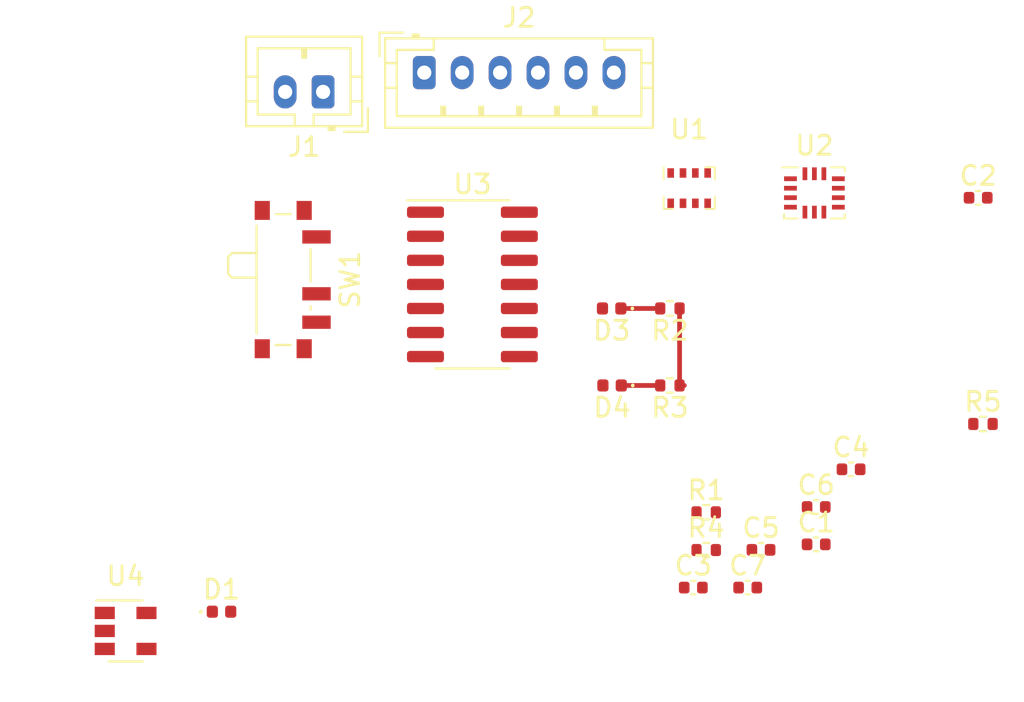
<source format=kicad_pcb>
(kicad_pcb (version 20171130) (host pcbnew "(5.1.7)-1")

  (general
    (thickness 1.6)
    (drawings 0)
    (tracks 4)
    (zones 0)
    (modules 22)
    (nets 26)
  )

  (page A4)
  (layers
    (0 F.Cu signal)
    (31 B.Cu signal)
    (32 B.Adhes user)
    (33 F.Adhes user)
    (34 B.Paste user)
    (35 F.Paste user)
    (36 B.SilkS user)
    (37 F.SilkS user)
    (38 B.Mask user)
    (39 F.Mask user)
    (40 Dwgs.User user)
    (41 Cmts.User user)
    (42 Eco1.User user)
    (43 Eco2.User user)
    (44 Edge.Cuts user)
    (45 Margin user)
    (46 B.CrtYd user)
    (47 F.CrtYd user)
    (48 B.Fab user)
    (49 F.Fab user)
  )

  (setup
    (last_trace_width 0.25)
    (trace_clearance 0.2)
    (zone_clearance 0.508)
    (zone_45_only no)
    (trace_min 0.2)
    (via_size 0.8)
    (via_drill 0.4)
    (via_min_size 0.4)
    (via_min_drill 0.3)
    (uvia_size 0.3)
    (uvia_drill 0.1)
    (uvias_allowed no)
    (uvia_min_size 0.2)
    (uvia_min_drill 0.1)
    (edge_width 0.05)
    (segment_width 0.2)
    (pcb_text_width 0.3)
    (pcb_text_size 1.5 1.5)
    (mod_edge_width 0.12)
    (mod_text_size 1 1)
    (mod_text_width 0.15)
    (pad_size 1.524 1.524)
    (pad_drill 0.762)
    (pad_to_mask_clearance 0)
    (aux_axis_origin 0 0)
    (visible_elements 7FFFFFFF)
    (pcbplotparams
      (layerselection 0x010fc_ffffffff)
      (usegerberextensions false)
      (usegerberattributes true)
      (usegerberadvancedattributes true)
      (creategerberjobfile true)
      (excludeedgelayer true)
      (linewidth 0.100000)
      (plotframeref false)
      (viasonmask false)
      (mode 1)
      (useauxorigin false)
      (hpglpennumber 1)
      (hpglpenspeed 20)
      (hpglpendiameter 15.000000)
      (psnegative false)
      (psa4output false)
      (plotreference true)
      (plotvalue true)
      (plotinvisibletext false)
      (padsonsilk false)
      (subtractmaskfromsilk false)
      (outputformat 1)
      (mirror false)
      (drillshape 1)
      (scaleselection 1)
      (outputdirectory ""))
  )

  (net 0 "")
  (net 1 GND)
  (net 2 +3V3)
  (net 3 SDA)
  (net 4 SCL)
  (net 5 "Net-(U2-Pad11)")
  (net 6 "Net-(U2-Pad10)")
  (net 7 "Net-(U2-Pad9)")
  (net 8 "Net-(U2-Pad4)")
  (net 9 "Net-(U2-Pad3)")
  (net 10 "Net-(U2-Pad2)")
  (net 11 "Net-(U3-Pad13)")
  (net 12 "Net-(U3-Pad5)")
  (net 13 "Net-(U3-Pad4)")
  (net 14 "Net-(U3-Pad3)")
  (net 15 "Net-(U3-Pad2)")
  (net 16 "Net-(C4-Pad1)")
  (net 17 UPDI)
  (net 18 LED0)
  (net 19 "Net-(D3-Pad1)")
  (net 20 LED1)
  (net 21 "Net-(D4-Pad1)")
  (net 22 "Net-(J2-Pad5)")
  (net 23 MODE)
  (net 24 "Net-(U3-Pad7)")
  (net 25 "Net-(U4-Pad4)")

  (net_class Default "This is the default net class."
    (clearance 0.2)
    (trace_width 0.25)
    (via_dia 0.8)
    (via_drill 0.4)
    (uvia_dia 0.3)
    (uvia_drill 0.1)
    (add_net +3V3)
    (add_net GND)
    (add_net LED0)
    (add_net LED1)
    (add_net MODE)
    (add_net "Net-(C4-Pad1)")
    (add_net "Net-(D3-Pad1)")
    (add_net "Net-(D4-Pad1)")
    (add_net "Net-(J2-Pad5)")
    (add_net "Net-(U2-Pad10)")
    (add_net "Net-(U2-Pad11)")
    (add_net "Net-(U2-Pad2)")
    (add_net "Net-(U2-Pad3)")
    (add_net "Net-(U2-Pad4)")
    (add_net "Net-(U2-Pad9)")
    (add_net "Net-(U3-Pad13)")
    (add_net "Net-(U3-Pad2)")
    (add_net "Net-(U3-Pad3)")
    (add_net "Net-(U3-Pad4)")
    (add_net "Net-(U3-Pad5)")
    (add_net "Net-(U3-Pad7)")
    (add_net "Net-(U4-Pad4)")
    (add_net SCL)
    (add_net SDA)
    (add_net UPDI)
  )

  (module Package_TO_SOT_SMD:SOT-23-5 (layer F.Cu) (tedit 5A02FF57) (tstamp 6079156A)
    (at 77.724 92.964)
    (descr "5-pin SOT23 package")
    (tags SOT-23-5)
    (path /607A7A26)
    (attr smd)
    (fp_text reference U4 (at 0 -2.9) (layer F.SilkS)
      (effects (font (size 1 1) (thickness 0.15)))
    )
    (fp_text value MIC5504-3.3YM5 (at 0 2.9) (layer F.Fab)
      (effects (font (size 1 1) (thickness 0.15)))
    )
    (fp_text user %R (at 0 0 90) (layer F.Fab)
      (effects (font (size 0.5 0.5) (thickness 0.075)))
    )
    (fp_line (start -0.9 1.61) (end 0.9 1.61) (layer F.SilkS) (width 0.12))
    (fp_line (start 0.9 -1.61) (end -1.55 -1.61) (layer F.SilkS) (width 0.12))
    (fp_line (start -1.9 -1.8) (end 1.9 -1.8) (layer F.CrtYd) (width 0.05))
    (fp_line (start 1.9 -1.8) (end 1.9 1.8) (layer F.CrtYd) (width 0.05))
    (fp_line (start 1.9 1.8) (end -1.9 1.8) (layer F.CrtYd) (width 0.05))
    (fp_line (start -1.9 1.8) (end -1.9 -1.8) (layer F.CrtYd) (width 0.05))
    (fp_line (start -0.9 -0.9) (end -0.25 -1.55) (layer F.Fab) (width 0.1))
    (fp_line (start 0.9 -1.55) (end -0.25 -1.55) (layer F.Fab) (width 0.1))
    (fp_line (start -0.9 -0.9) (end -0.9 1.55) (layer F.Fab) (width 0.1))
    (fp_line (start 0.9 1.55) (end -0.9 1.55) (layer F.Fab) (width 0.1))
    (fp_line (start 0.9 -1.55) (end 0.9 1.55) (layer F.Fab) (width 0.1))
    (pad 5 smd rect (at 1.1 -0.95) (size 1.06 0.65) (layers F.Cu F.Paste F.Mask)
      (net 2 +3V3))
    (pad 4 smd rect (at 1.1 0.95) (size 1.06 0.65) (layers F.Cu F.Paste F.Mask)
      (net 25 "Net-(U4-Pad4)"))
    (pad 3 smd rect (at -1.1 0.95) (size 1.06 0.65) (layers F.Cu F.Paste F.Mask)
      (net 16 "Net-(C4-Pad1)"))
    (pad 2 smd rect (at -1.1 0) (size 1.06 0.65) (layers F.Cu F.Paste F.Mask)
      (net 1 GND))
    (pad 1 smd rect (at -1.1 -0.95) (size 1.06 0.65) (layers F.Cu F.Paste F.Mask)
      (net 16 "Net-(C4-Pad1)"))
    (model ${KISYS3DMOD}/Package_TO_SOT_SMD.3dshapes/SOT-23-5.wrl
      (at (xyz 0 0 0))
      (scale (xyz 1 1 1))
      (rotate (xyz 0 0 0))
    )
  )

  (module Package_SO:SOIC-14_3.9x8.7mm_P1.27mm (layer F.Cu) (tedit 5D9F72B1) (tstamp 60791555)
    (at 96.012 74.676)
    (descr "SOIC, 14 Pin (JEDEC MS-012AB, https://www.analog.com/media/en/package-pcb-resources/package/pkg_pdf/soic_narrow-r/r_14.pdf), generated with kicad-footprint-generator ipc_gullwing_generator.py")
    (tags "SOIC SO")
    (path /6079184C)
    (attr smd)
    (fp_text reference U3 (at 0 -5.28) (layer F.SilkS)
      (effects (font (size 1 1) (thickness 0.15)))
    )
    (fp_text value ATtiny1614-SS (at 0 5.28) (layer F.Fab)
      (effects (font (size 1 1) (thickness 0.15)))
    )
    (fp_text user %R (at 0 0) (layer F.Fab)
      (effects (font (size 0.98 0.98) (thickness 0.15)))
    )
    (fp_line (start 0 4.435) (end 1.95 4.435) (layer F.SilkS) (width 0.12))
    (fp_line (start 0 4.435) (end -1.95 4.435) (layer F.SilkS) (width 0.12))
    (fp_line (start 0 -4.435) (end 1.95 -4.435) (layer F.SilkS) (width 0.12))
    (fp_line (start 0 -4.435) (end -3.45 -4.435) (layer F.SilkS) (width 0.12))
    (fp_line (start -0.975 -4.325) (end 1.95 -4.325) (layer F.Fab) (width 0.1))
    (fp_line (start 1.95 -4.325) (end 1.95 4.325) (layer F.Fab) (width 0.1))
    (fp_line (start 1.95 4.325) (end -1.95 4.325) (layer F.Fab) (width 0.1))
    (fp_line (start -1.95 4.325) (end -1.95 -3.35) (layer F.Fab) (width 0.1))
    (fp_line (start -1.95 -3.35) (end -0.975 -4.325) (layer F.Fab) (width 0.1))
    (fp_line (start -3.7 -4.58) (end -3.7 4.58) (layer F.CrtYd) (width 0.05))
    (fp_line (start -3.7 4.58) (end 3.7 4.58) (layer F.CrtYd) (width 0.05))
    (fp_line (start 3.7 4.58) (end 3.7 -4.58) (layer F.CrtYd) (width 0.05))
    (fp_line (start 3.7 -4.58) (end -3.7 -4.58) (layer F.CrtYd) (width 0.05))
    (pad 14 smd roundrect (at 2.475 -3.81) (size 1.95 0.6) (layers F.Cu F.Paste F.Mask) (roundrect_rratio 0.25)
      (net 1 GND))
    (pad 13 smd roundrect (at 2.475 -2.54) (size 1.95 0.6) (layers F.Cu F.Paste F.Mask) (roundrect_rratio 0.25)
      (net 11 "Net-(U3-Pad13)"))
    (pad 12 smd roundrect (at 2.475 -1.27) (size 1.95 0.6) (layers F.Cu F.Paste F.Mask) (roundrect_rratio 0.25)
      (net 4 SCL))
    (pad 11 smd roundrect (at 2.475 0) (size 1.95 0.6) (layers F.Cu F.Paste F.Mask) (roundrect_rratio 0.25)
      (net 3 SDA))
    (pad 10 smd roundrect (at 2.475 1.27) (size 1.95 0.6) (layers F.Cu F.Paste F.Mask) (roundrect_rratio 0.25)
      (net 17 UPDI))
    (pad 9 smd roundrect (at 2.475 2.54) (size 1.95 0.6) (layers F.Cu F.Paste F.Mask) (roundrect_rratio 0.25)
      (net 18 LED0))
    (pad 8 smd roundrect (at 2.475 3.81) (size 1.95 0.6) (layers F.Cu F.Paste F.Mask) (roundrect_rratio 0.25)
      (net 20 LED1))
    (pad 7 smd roundrect (at -2.475 3.81) (size 1.95 0.6) (layers F.Cu F.Paste F.Mask) (roundrect_rratio 0.25)
      (net 24 "Net-(U3-Pad7)"))
    (pad 6 smd roundrect (at -2.475 2.54) (size 1.95 0.6) (layers F.Cu F.Paste F.Mask) (roundrect_rratio 0.25)
      (net 23 MODE))
    (pad 5 smd roundrect (at -2.475 1.27) (size 1.95 0.6) (layers F.Cu F.Paste F.Mask) (roundrect_rratio 0.25)
      (net 12 "Net-(U3-Pad5)"))
    (pad 4 smd roundrect (at -2.475 0) (size 1.95 0.6) (layers F.Cu F.Paste F.Mask) (roundrect_rratio 0.25)
      (net 13 "Net-(U3-Pad4)"))
    (pad 3 smd roundrect (at -2.475 -1.27) (size 1.95 0.6) (layers F.Cu F.Paste F.Mask) (roundrect_rratio 0.25)
      (net 14 "Net-(U3-Pad3)"))
    (pad 2 smd roundrect (at -2.475 -2.54) (size 1.95 0.6) (layers F.Cu F.Paste F.Mask) (roundrect_rratio 0.25)
      (net 15 "Net-(U3-Pad2)"))
    (pad 1 smd roundrect (at -2.475 -3.81) (size 1.95 0.6) (layers F.Cu F.Paste F.Mask) (roundrect_rratio 0.25)
      (net 2 +3V3))
    (model ${KISYS3DMOD}/Package_SO.3dshapes/SOIC-14_3.9x8.7mm_P1.27mm.wrl
      (at (xyz 0 0 0))
      (scale (xyz 1 1 1))
      (rotate (xyz 0 0 0))
    )
  )

  (module Package_LGA:Bosch_LGA-14_3x2.5mm_P0.5mm (layer F.Cu) (tedit 5A02F217) (tstamp 60791535)
    (at 114.046 69.85)
    (descr "LGA-14 Bosch https://ae-bst.resource.bosch.com/media/_tech/media/datasheets/BST-BMI160-DS000-07.pdf")
    (tags "lga land grid array")
    (path /6075D6B8)
    (attr smd)
    (fp_text reference U2 (at 0 -2.5) (layer F.SilkS)
      (effects (font (size 1 1) (thickness 0.15)))
    )
    (fp_text value BMI160 (at 0 2.5) (layer F.Fab)
      (effects (font (size 1 1) (thickness 0.15)))
    )
    (fp_text user %R (at 0 0) (layer F.Fab)
      (effects (font (size 0.5 0.5) (thickness 0.075)))
    )
    (fp_line (start -1.7 -1.35) (end -0.88 -1.35) (layer F.SilkS) (width 0.1))
    (fp_line (start -1.6 1.35) (end -0.88 1.35) (layer F.SilkS) (width 0.1))
    (fp_line (start -1.6 1.35) (end -1.6 1.13) (layer F.SilkS) (width 0.1))
    (fp_line (start 1.6 1.13) (end 1.6 1.35) (layer F.SilkS) (width 0.1))
    (fp_line (start 1.6 1.35) (end 0.88 1.35) (layer F.SilkS) (width 0.1))
    (fp_line (start 0.88 -1.35) (end 1.6 -1.35) (layer F.SilkS) (width 0.1))
    (fp_line (start 1.6 -1.35) (end 1.6 -1.13) (layer F.SilkS) (width 0.1))
    (fp_line (start -0.75 -1.25) (end -1.5 -0.5) (layer F.Fab) (width 0.1))
    (fp_line (start -0.75 -1.25) (end 1.5 -1.25) (layer F.Fab) (width 0.1))
    (fp_line (start 1.5 -1.25) (end 1.5 1.25) (layer F.Fab) (width 0.1))
    (fp_line (start 1.5 1.25) (end -1.5 1.25) (layer F.Fab) (width 0.1))
    (fp_line (start -1.5 1.25) (end -1.5 -0.5) (layer F.Fab) (width 0.1))
    (fp_line (start -1.85 -1.6) (end 1.85 -1.6) (layer F.CrtYd) (width 0.05))
    (fp_line (start 1.85 -1.6) (end 1.85 1.6) (layer F.CrtYd) (width 0.05))
    (fp_line (start 1.85 1.6) (end -1.85 1.6) (layer F.CrtYd) (width 0.05))
    (fp_line (start -1.85 1.6) (end -1.85 -1.6) (layer F.CrtYd) (width 0.05))
    (pad 11 smd rect (at 1.2625 -0.75) (size 0.675 0.25) (layers F.Cu F.Paste F.Mask)
      (net 5 "Net-(U2-Pad11)"))
    (pad 10 smd rect (at 1.2625 -0.25) (size 0.675 0.25) (layers F.Cu F.Paste F.Mask)
      (net 6 "Net-(U2-Pad10)"))
    (pad 9 smd rect (at 1.2625 0.25) (size 0.675 0.25) (layers F.Cu F.Paste F.Mask)
      (net 7 "Net-(U2-Pad9)"))
    (pad 8 smd rect (at 1.2625 0.75) (size 0.675 0.25) (layers F.Cu F.Paste F.Mask)
      (net 2 +3V3))
    (pad 4 smd rect (at -1.2625 0.75) (size 0.675 0.25) (layers F.Cu F.Paste F.Mask)
      (net 8 "Net-(U2-Pad4)"))
    (pad 3 smd rect (at -1.2625 0.25) (size 0.675 0.25) (layers F.Cu F.Paste F.Mask)
      (net 9 "Net-(U2-Pad3)"))
    (pad 2 smd rect (at -1.2625 -0.25) (size 0.675 0.25) (layers F.Cu F.Paste F.Mask)
      (net 10 "Net-(U2-Pad2)"))
    (pad 1 smd rect (at -1.2625 -0.75) (size 0.675 0.25) (layers F.Cu F.Paste F.Mask)
      (net 2 +3V3))
    (pad 7 smd rect (at 0.5 1.0125) (size 0.25 0.675) (layers F.Cu F.Paste F.Mask)
      (net 1 GND))
    (pad 6 smd rect (at 0 1.0125) (size 0.25 0.675) (layers F.Cu F.Paste F.Mask)
      (net 1 GND))
    (pad 5 smd rect (at -0.5 1.0125) (size 0.25 0.675) (layers F.Cu F.Paste F.Mask)
      (net 2 +3V3))
    (pad 12 smd rect (at 0.5 -1.0125) (size 0.25 0.675) (layers F.Cu F.Paste F.Mask)
      (net 2 +3V3))
    (pad 14 smd rect (at -0.5 -1.0125) (size 0.25 0.675) (layers F.Cu F.Paste F.Mask)
      (net 3 SDA))
    (pad 13 smd rect (at 0 -1.0125) (size 0.25 0.675) (layers F.Cu F.Paste F.Mask)
      (net 4 SCL))
    (model ${KISYS3DMOD}/Package_LGA.3dshapes/Bosch_LGA-14_3x2.5mm_P0.5mm.wrl
      (at (xyz 0 0 0))
      (scale (xyz 1 1 1))
      (rotate (xyz 0 0 0))
    )
  )

  (module Package_LGA:Bosch_LGA-8_2x2.5mm_P0.65mm_ClockwisePinNumbering (layer F.Cu) (tedit 5A2F92D2) (tstamp 60791E0D)
    (at 107.442 69.596)
    (descr "LGA-8, https://ae-bst.resource.bosch.com/media/_tech/media/datasheets/BST-BMP280-DS001-18.pdf")
    (tags "lga land grid array")
    (path /6076BD62)
    (attr smd)
    (fp_text reference U1 (at 0 -3.1) (layer F.SilkS)
      (effects (font (size 1 1) (thickness 0.15)))
    )
    (fp_text value BMP280 (at 0 3.1) (layer F.Fab)
      (effects (font (size 1 1) (thickness 0.15)))
    )
    (fp_text user %R (at 0 0) (layer F.Fab)
      (effects (font (size 0.5 0.5) (thickness 0.075)))
    )
    (fp_line (start -1.35 1.1) (end -0.87 1.1) (layer F.SilkS) (width 0.1))
    (fp_line (start -1.55 -1.3) (end 1.55 -1.3) (layer F.CrtYd) (width 0.05))
    (fp_line (start 1.55 -1.3) (end 1.55 1.3) (layer F.CrtYd) (width 0.05))
    (fp_line (start 1.55 1.3) (end -1.55 1.3) (layer F.CrtYd) (width 0.05))
    (fp_line (start -1.55 1.3) (end -1.55 -1.3) (layer F.CrtYd) (width 0.05))
    (fp_line (start -1.25 1) (end 1.25 1) (layer F.Fab) (width 0.1))
    (fp_line (start 1.25 -1) (end 1.25 1) (layer F.Fab) (width 0.1))
    (fp_line (start 1.25 -1) (end -1 -1) (layer F.Fab) (width 0.1))
    (fp_line (start -1 -1) (end -1.25 -0.75) (layer F.Fab) (width 0.1))
    (fp_line (start -1.25 1) (end -1.25 -0.75) (layer F.Fab) (width 0.1))
    (fp_line (start 0.87 1.1) (end 1.35 1.1) (layer F.SilkS) (width 0.1))
    (fp_line (start 1.35 1.1) (end 1.35 0.46) (layer F.SilkS) (width 0.1))
    (fp_line (start -1.35 1.1) (end -1.35 0.46) (layer F.SilkS) (width 0.1))
    (fp_line (start 1.35 -0.46) (end 1.35 -1.1) (layer F.SilkS) (width 0.1))
    (fp_line (start 0.87 -1.1) (end 1.35 -1.1) (layer F.SilkS) (width 0.1))
    (fp_line (start -1.35 -0.46) (end -1.35 -1.1) (layer F.SilkS) (width 0.1))
    (pad 8 smd rect (at -0.975 0.8 90) (size 0.5 0.35) (layers F.Cu F.Paste F.Mask)
      (net 2 +3V3))
    (pad 2 smd rect (at -0.325 -0.8 90) (size 0.5 0.35) (layers F.Cu F.Paste F.Mask)
      (net 2 +3V3))
    (pad 3 smd rect (at 0.325 -0.8 90) (size 0.5 0.35) (layers F.Cu F.Paste F.Mask)
      (net 3 SDA))
    (pad 4 smd rect (at 0.975 -0.8 90) (size 0.5 0.35) (layers F.Cu F.Paste F.Mask)
      (net 4 SCL))
    (pad 7 smd rect (at -0.325 0.8 90) (size 0.5 0.35) (layers F.Cu F.Paste F.Mask)
      (net 1 GND))
    (pad 6 smd rect (at 0.325 0.8 90) (size 0.5 0.35) (layers F.Cu F.Paste F.Mask)
      (net 2 +3V3))
    (pad 5 smd rect (at 0.975 0.8 90) (size 0.5 0.35) (layers F.Cu F.Paste F.Mask)
      (net 2 +3V3))
    (pad 1 smd rect (at -0.975 -0.8 90) (size 0.5 0.35) (layers F.Cu F.Paste F.Mask)
      (net 1 GND))
    (model ${KISYS3DMOD}/Package_LGA.3dshapes/Bosch_LGA-8_2x2.5mm_P0.65mm_ClockwisePinNumbering.wrl
      (at (xyz 0 0 0))
      (scale (xyz 1 1 1))
      (rotate (xyz 0 0 0))
    )
  )

  (module Button_Switch_SMD:SW_SPDT_PCM12 (layer F.Cu) (tedit 5A02FC95) (tstamp 607914F5)
    (at 86.36 74.422 270)
    (descr "Ultraminiature Surface Mount Slide Switch, right-angle, https://www.ckswitches.com/media/1424/pcm.pdf")
    (path /60789BF3)
    (attr smd)
    (fp_text reference SW1 (at 0 -3.2 90) (layer F.SilkS)
      (effects (font (size 1 1) (thickness 0.15)))
    )
    (fp_text value SW_SPDT (at 0 4.25 90) (layer F.Fab)
      (effects (font (size 1 1) (thickness 0.15)))
    )
    (fp_text user %R (at 0 -3.2 90) (layer F.Fab)
      (effects (font (size 1 1) (thickness 0.15)))
    )
    (fp_line (start -1.4 1.65) (end -1.4 2.95) (layer F.Fab) (width 0.1))
    (fp_line (start -1.4 2.95) (end -1.2 3.15) (layer F.Fab) (width 0.1))
    (fp_line (start -1.2 3.15) (end -0.35 3.15) (layer F.Fab) (width 0.1))
    (fp_line (start -0.35 3.15) (end -0.15 2.95) (layer F.Fab) (width 0.1))
    (fp_line (start -0.15 2.95) (end -0.1 2.9) (layer F.Fab) (width 0.1))
    (fp_line (start -0.1 2.9) (end -0.1 1.6) (layer F.Fab) (width 0.1))
    (fp_line (start -3.35 -1) (end -3.35 1.6) (layer F.Fab) (width 0.1))
    (fp_line (start -3.35 1.6) (end 3.35 1.6) (layer F.Fab) (width 0.1))
    (fp_line (start 3.35 1.6) (end 3.35 -1) (layer F.Fab) (width 0.1))
    (fp_line (start 3.35 -1) (end -3.35 -1) (layer F.Fab) (width 0.1))
    (fp_line (start 1.4 -1.12) (end 1.6 -1.12) (layer F.SilkS) (width 0.12))
    (fp_line (start -4.4 -2.45) (end 4.4 -2.45) (layer F.CrtYd) (width 0.05))
    (fp_line (start 4.4 -2.45) (end 4.4 2.1) (layer F.CrtYd) (width 0.05))
    (fp_line (start 4.4 2.1) (end 1.65 2.1) (layer F.CrtYd) (width 0.05))
    (fp_line (start 1.65 2.1) (end 1.65 3.4) (layer F.CrtYd) (width 0.05))
    (fp_line (start 1.65 3.4) (end -1.65 3.4) (layer F.CrtYd) (width 0.05))
    (fp_line (start -1.65 3.4) (end -1.65 2.1) (layer F.CrtYd) (width 0.05))
    (fp_line (start -1.65 2.1) (end -4.4 2.1) (layer F.CrtYd) (width 0.05))
    (fp_line (start -4.4 2.1) (end -4.4 -2.45) (layer F.CrtYd) (width 0.05))
    (fp_line (start -1.4 3.02) (end -1.2 3.23) (layer F.SilkS) (width 0.12))
    (fp_line (start -0.1 3.02) (end -0.3 3.23) (layer F.SilkS) (width 0.12))
    (fp_line (start -1.4 1.73) (end -1.4 3.02) (layer F.SilkS) (width 0.12))
    (fp_line (start -1.2 3.23) (end -0.3 3.23) (layer F.SilkS) (width 0.12))
    (fp_line (start -0.1 3.02) (end -0.1 1.73) (layer F.SilkS) (width 0.12))
    (fp_line (start -2.85 1.73) (end 2.85 1.73) (layer F.SilkS) (width 0.12))
    (fp_line (start -1.6 -1.12) (end 0.1 -1.12) (layer F.SilkS) (width 0.12))
    (fp_line (start -3.45 -0.07) (end -3.45 0.72) (layer F.SilkS) (width 0.12))
    (fp_line (start 3.45 0.72) (end 3.45 -0.07) (layer F.SilkS) (width 0.12))
    (pad "" smd rect (at -3.65 -0.78 270) (size 1 0.8) (layers F.Cu F.Paste F.Mask))
    (pad "" smd rect (at 3.65 -0.78 270) (size 1 0.8) (layers F.Cu F.Paste F.Mask))
    (pad "" smd rect (at 3.65 1.43 270) (size 1 0.8) (layers F.Cu F.Paste F.Mask))
    (pad "" smd rect (at -3.65 1.43 270) (size 1 0.8) (layers F.Cu F.Paste F.Mask))
    (pad 3 smd rect (at 2.25 -1.43 270) (size 0.7 1.5) (layers F.Cu F.Paste F.Mask)
      (net 2 +3V3))
    (pad 2 smd rect (at 0.75 -1.43 270) (size 0.7 1.5) (layers F.Cu F.Paste F.Mask)
      (net 23 MODE))
    (pad 1 smd rect (at -2.25 -1.43 270) (size 0.7 1.5) (layers F.Cu F.Paste F.Mask)
      (net 1 GND))
    (pad "" np_thru_hole circle (at 1.5 0.33 270) (size 0.9 0.9) (drill 0.9) (layers *.Cu *.Mask))
    (pad "" np_thru_hole circle (at -1.5 0.33 270) (size 0.9 0.9) (drill 0.9) (layers *.Cu *.Mask))
    (model ${KISYS3DMOD}/Button_Switch_SMD.3dshapes/SW_SPDT_PCM12.wrl
      (at (xyz 0 0 0))
      (scale (xyz 1 1 1))
      (rotate (xyz 0 0 0))
    )
  )

  (module Resistor_SMD:R_0402_1005Metric (layer F.Cu) (tedit 5F68FEEE) (tstamp 607914CB)
    (at 122.936 82.042)
    (descr "Resistor SMD 0402 (1005 Metric), square (rectangular) end terminal, IPC_7351 nominal, (Body size source: IPC-SM-782 page 72, https://www.pcb-3d.com/wordpress/wp-content/uploads/ipc-sm-782a_amendment_1_and_2.pdf), generated with kicad-footprint-generator")
    (tags resistor)
    (path /60781CEA)
    (attr smd)
    (fp_text reference R5 (at 0 -1.17) (layer F.SilkS)
      (effects (font (size 1 1) (thickness 0.15)))
    )
    (fp_text value 10k (at 0 1.17) (layer F.Fab)
      (effects (font (size 1 1) (thickness 0.15)))
    )
    (fp_text user %R (at 0 0) (layer F.Fab)
      (effects (font (size 0.26 0.26) (thickness 0.04)))
    )
    (fp_line (start -0.525 0.27) (end -0.525 -0.27) (layer F.Fab) (width 0.1))
    (fp_line (start -0.525 -0.27) (end 0.525 -0.27) (layer F.Fab) (width 0.1))
    (fp_line (start 0.525 -0.27) (end 0.525 0.27) (layer F.Fab) (width 0.1))
    (fp_line (start 0.525 0.27) (end -0.525 0.27) (layer F.Fab) (width 0.1))
    (fp_line (start -0.153641 -0.38) (end 0.153641 -0.38) (layer F.SilkS) (width 0.12))
    (fp_line (start -0.153641 0.38) (end 0.153641 0.38) (layer F.SilkS) (width 0.12))
    (fp_line (start -0.93 0.47) (end -0.93 -0.47) (layer F.CrtYd) (width 0.05))
    (fp_line (start -0.93 -0.47) (end 0.93 -0.47) (layer F.CrtYd) (width 0.05))
    (fp_line (start 0.93 -0.47) (end 0.93 0.47) (layer F.CrtYd) (width 0.05))
    (fp_line (start 0.93 0.47) (end -0.93 0.47) (layer F.CrtYd) (width 0.05))
    (pad 2 smd roundrect (at 0.51 0) (size 0.54 0.64) (layers F.Cu F.Paste F.Mask) (roundrect_rratio 0.25)
      (net 3 SDA))
    (pad 1 smd roundrect (at -0.51 0) (size 0.54 0.64) (layers F.Cu F.Paste F.Mask) (roundrect_rratio 0.25)
      (net 2 +3V3))
    (model ${KISYS3DMOD}/Resistor_SMD.3dshapes/R_0402_1005Metric.wrl
      (at (xyz 0 0 0))
      (scale (xyz 1 1 1))
      (rotate (xyz 0 0 0))
    )
  )

  (module Resistor_SMD:R_0402_1005Metric (layer F.Cu) (tedit 5F68FEEE) (tstamp 607914BA)
    (at 108.34 88.695)
    (descr "Resistor SMD 0402 (1005 Metric), square (rectangular) end terminal, IPC_7351 nominal, (Body size source: IPC-SM-782 page 72, https://www.pcb-3d.com/wordpress/wp-content/uploads/ipc-sm-782a_amendment_1_and_2.pdf), generated with kicad-footprint-generator")
    (tags resistor)
    (path /60781223)
    (attr smd)
    (fp_text reference R4 (at 0 -1.17) (layer F.SilkS)
      (effects (font (size 1 1) (thickness 0.15)))
    )
    (fp_text value 10k (at 0 1.17) (layer F.Fab)
      (effects (font (size 1 1) (thickness 0.15)))
    )
    (fp_text user %R (at 0 0) (layer F.Fab)
      (effects (font (size 0.26 0.26) (thickness 0.04)))
    )
    (fp_line (start -0.525 0.27) (end -0.525 -0.27) (layer F.Fab) (width 0.1))
    (fp_line (start -0.525 -0.27) (end 0.525 -0.27) (layer F.Fab) (width 0.1))
    (fp_line (start 0.525 -0.27) (end 0.525 0.27) (layer F.Fab) (width 0.1))
    (fp_line (start 0.525 0.27) (end -0.525 0.27) (layer F.Fab) (width 0.1))
    (fp_line (start -0.153641 -0.38) (end 0.153641 -0.38) (layer F.SilkS) (width 0.12))
    (fp_line (start -0.153641 0.38) (end 0.153641 0.38) (layer F.SilkS) (width 0.12))
    (fp_line (start -0.93 0.47) (end -0.93 -0.47) (layer F.CrtYd) (width 0.05))
    (fp_line (start -0.93 -0.47) (end 0.93 -0.47) (layer F.CrtYd) (width 0.05))
    (fp_line (start 0.93 -0.47) (end 0.93 0.47) (layer F.CrtYd) (width 0.05))
    (fp_line (start 0.93 0.47) (end -0.93 0.47) (layer F.CrtYd) (width 0.05))
    (pad 2 smd roundrect (at 0.51 0) (size 0.54 0.64) (layers F.Cu F.Paste F.Mask) (roundrect_rratio 0.25)
      (net 4 SCL))
    (pad 1 smd roundrect (at -0.51 0) (size 0.54 0.64) (layers F.Cu F.Paste F.Mask) (roundrect_rratio 0.25)
      (net 2 +3V3))
    (model ${KISYS3DMOD}/Resistor_SMD.3dshapes/R_0402_1005Metric.wrl
      (at (xyz 0 0 0))
      (scale (xyz 1 1 1))
      (rotate (xyz 0 0 0))
    )
  )

  (module Resistor_SMD:R_0402_1005Metric (layer F.Cu) (tedit 5F68FEEE) (tstamp 607914A9)
    (at 106.426 80.01 180)
    (descr "Resistor SMD 0402 (1005 Metric), square (rectangular) end terminal, IPC_7351 nominal, (Body size source: IPC-SM-782 page 72, https://www.pcb-3d.com/wordpress/wp-content/uploads/ipc-sm-782a_amendment_1_and_2.pdf), generated with kicad-footprint-generator")
    (tags resistor)
    (path /60809D84)
    (attr smd)
    (fp_text reference R3 (at 0 -1.17) (layer F.SilkS)
      (effects (font (size 1 1) (thickness 0.15)))
    )
    (fp_text value 10k (at 0 1.17) (layer F.Fab)
      (effects (font (size 1 1) (thickness 0.15)))
    )
    (fp_text user %R (at 0 0) (layer F.Fab)
      (effects (font (size 0.26 0.26) (thickness 0.04)))
    )
    (fp_line (start -0.525 0.27) (end -0.525 -0.27) (layer F.Fab) (width 0.1))
    (fp_line (start -0.525 -0.27) (end 0.525 -0.27) (layer F.Fab) (width 0.1))
    (fp_line (start 0.525 -0.27) (end 0.525 0.27) (layer F.Fab) (width 0.1))
    (fp_line (start 0.525 0.27) (end -0.525 0.27) (layer F.Fab) (width 0.1))
    (fp_line (start -0.153641 -0.38) (end 0.153641 -0.38) (layer F.SilkS) (width 0.12))
    (fp_line (start -0.153641 0.38) (end 0.153641 0.38) (layer F.SilkS) (width 0.12))
    (fp_line (start -0.93 0.47) (end -0.93 -0.47) (layer F.CrtYd) (width 0.05))
    (fp_line (start -0.93 -0.47) (end 0.93 -0.47) (layer F.CrtYd) (width 0.05))
    (fp_line (start 0.93 -0.47) (end 0.93 0.47) (layer F.CrtYd) (width 0.05))
    (fp_line (start 0.93 0.47) (end -0.93 0.47) (layer F.CrtYd) (width 0.05))
    (pad 2 smd roundrect (at 0.51 0 180) (size 0.54 0.64) (layers F.Cu F.Paste F.Mask) (roundrect_rratio 0.25)
      (net 21 "Net-(D4-Pad1)"))
    (pad 1 smd roundrect (at -0.51 0 180) (size 0.54 0.64) (layers F.Cu F.Paste F.Mask) (roundrect_rratio 0.25)
      (net 1 GND))
    (model ${KISYS3DMOD}/Resistor_SMD.3dshapes/R_0402_1005Metric.wrl
      (at (xyz 0 0 0))
      (scale (xyz 1 1 1))
      (rotate (xyz 0 0 0))
    )
  )

  (module Resistor_SMD:R_0402_1005Metric (layer F.Cu) (tedit 5F68FEEE) (tstamp 60791498)
    (at 106.426 75.946 180)
    (descr "Resistor SMD 0402 (1005 Metric), square (rectangular) end terminal, IPC_7351 nominal, (Body size source: IPC-SM-782 page 72, https://www.pcb-3d.com/wordpress/wp-content/uploads/ipc-sm-782a_amendment_1_and_2.pdf), generated with kicad-footprint-generator")
    (tags resistor)
    (path /608090D6)
    (attr smd)
    (fp_text reference R2 (at 0 -1.17) (layer F.SilkS)
      (effects (font (size 1 1) (thickness 0.15)))
    )
    (fp_text value 10k (at 0 1.17) (layer F.Fab)
      (effects (font (size 1 1) (thickness 0.15)))
    )
    (fp_text user %R (at 0 0) (layer F.Fab)
      (effects (font (size 0.26 0.26) (thickness 0.04)))
    )
    (fp_line (start -0.525 0.27) (end -0.525 -0.27) (layer F.Fab) (width 0.1))
    (fp_line (start -0.525 -0.27) (end 0.525 -0.27) (layer F.Fab) (width 0.1))
    (fp_line (start 0.525 -0.27) (end 0.525 0.27) (layer F.Fab) (width 0.1))
    (fp_line (start 0.525 0.27) (end -0.525 0.27) (layer F.Fab) (width 0.1))
    (fp_line (start -0.153641 -0.38) (end 0.153641 -0.38) (layer F.SilkS) (width 0.12))
    (fp_line (start -0.153641 0.38) (end 0.153641 0.38) (layer F.SilkS) (width 0.12))
    (fp_line (start -0.93 0.47) (end -0.93 -0.47) (layer F.CrtYd) (width 0.05))
    (fp_line (start -0.93 -0.47) (end 0.93 -0.47) (layer F.CrtYd) (width 0.05))
    (fp_line (start 0.93 -0.47) (end 0.93 0.47) (layer F.CrtYd) (width 0.05))
    (fp_line (start 0.93 0.47) (end -0.93 0.47) (layer F.CrtYd) (width 0.05))
    (pad 2 smd roundrect (at 0.51 0 180) (size 0.54 0.64) (layers F.Cu F.Paste F.Mask) (roundrect_rratio 0.25)
      (net 19 "Net-(D3-Pad1)"))
    (pad 1 smd roundrect (at -0.51 0 180) (size 0.54 0.64) (layers F.Cu F.Paste F.Mask) (roundrect_rratio 0.25)
      (net 1 GND))
    (model ${KISYS3DMOD}/Resistor_SMD.3dshapes/R_0402_1005Metric.wrl
      (at (xyz 0 0 0))
      (scale (xyz 1 1 1))
      (rotate (xyz 0 0 0))
    )
  )

  (module Resistor_SMD:R_0402_1005Metric (layer F.Cu) (tedit 5F68FEEE) (tstamp 60791487)
    (at 108.34 86.705)
    (descr "Resistor SMD 0402 (1005 Metric), square (rectangular) end terminal, IPC_7351 nominal, (Body size source: IPC-SM-782 page 72, https://www.pcb-3d.com/wordpress/wp-content/uploads/ipc-sm-782a_amendment_1_and_2.pdf), generated with kicad-footprint-generator")
    (tags resistor)
    (path /607C634C)
    (attr smd)
    (fp_text reference R1 (at 0 -1.17) (layer F.SilkS)
      (effects (font (size 1 1) (thickness 0.15)))
    )
    (fp_text value 5k (at 0 1.17) (layer F.Fab)
      (effects (font (size 1 1) (thickness 0.15)))
    )
    (fp_text user %R (at 0 0) (layer F.Fab)
      (effects (font (size 0.26 0.26) (thickness 0.04)))
    )
    (fp_line (start -0.525 0.27) (end -0.525 -0.27) (layer F.Fab) (width 0.1))
    (fp_line (start -0.525 -0.27) (end 0.525 -0.27) (layer F.Fab) (width 0.1))
    (fp_line (start 0.525 -0.27) (end 0.525 0.27) (layer F.Fab) (width 0.1))
    (fp_line (start 0.525 0.27) (end -0.525 0.27) (layer F.Fab) (width 0.1))
    (fp_line (start -0.153641 -0.38) (end 0.153641 -0.38) (layer F.SilkS) (width 0.12))
    (fp_line (start -0.153641 0.38) (end 0.153641 0.38) (layer F.SilkS) (width 0.12))
    (fp_line (start -0.93 0.47) (end -0.93 -0.47) (layer F.CrtYd) (width 0.05))
    (fp_line (start -0.93 -0.47) (end 0.93 -0.47) (layer F.CrtYd) (width 0.05))
    (fp_line (start 0.93 -0.47) (end 0.93 0.47) (layer F.CrtYd) (width 0.05))
    (fp_line (start 0.93 0.47) (end -0.93 0.47) (layer F.CrtYd) (width 0.05))
    (pad 2 smd roundrect (at 0.51 0) (size 0.54 0.64) (layers F.Cu F.Paste F.Mask) (roundrect_rratio 0.25)
      (net 22 "Net-(J2-Pad5)"))
    (pad 1 smd roundrect (at -0.51 0) (size 0.54 0.64) (layers F.Cu F.Paste F.Mask) (roundrect_rratio 0.25)
      (net 17 UPDI))
    (model ${KISYS3DMOD}/Resistor_SMD.3dshapes/R_0402_1005Metric.wrl
      (at (xyz 0 0 0))
      (scale (xyz 1 1 1))
      (rotate (xyz 0 0 0))
    )
  )

  (module Connector_JST:JST_PH_B6B-PH-K_1x06_P2.00mm_Vertical (layer F.Cu) (tedit 5B7745C2) (tstamp 60792581)
    (at 93.472 63.5)
    (descr "JST PH series connector, B6B-PH-K (http://www.jst-mfg.com/product/pdf/eng/ePH.pdf), generated with kicad-footprint-generator")
    (tags "connector JST PH side entry")
    (path /607F77F0)
    (fp_text reference J2 (at 5 -2.9) (layer F.SilkS)
      (effects (font (size 1 1) (thickness 0.15)))
    )
    (fp_text value Conn_01x06 (at 5 4) (layer F.Fab)
      (effects (font (size 1 1) (thickness 0.15)))
    )
    (fp_text user %R (at 5 1.5) (layer F.Fab)
      (effects (font (size 1 1) (thickness 0.15)))
    )
    (fp_line (start -2.06 -1.81) (end -2.06 2.91) (layer F.SilkS) (width 0.12))
    (fp_line (start -2.06 2.91) (end 12.06 2.91) (layer F.SilkS) (width 0.12))
    (fp_line (start 12.06 2.91) (end 12.06 -1.81) (layer F.SilkS) (width 0.12))
    (fp_line (start 12.06 -1.81) (end -2.06 -1.81) (layer F.SilkS) (width 0.12))
    (fp_line (start -0.3 -1.81) (end -0.3 -2.01) (layer F.SilkS) (width 0.12))
    (fp_line (start -0.3 -2.01) (end -0.6 -2.01) (layer F.SilkS) (width 0.12))
    (fp_line (start -0.6 -2.01) (end -0.6 -1.81) (layer F.SilkS) (width 0.12))
    (fp_line (start -0.3 -1.91) (end -0.6 -1.91) (layer F.SilkS) (width 0.12))
    (fp_line (start 0.5 -1.81) (end 0.5 -1.2) (layer F.SilkS) (width 0.12))
    (fp_line (start 0.5 -1.2) (end -1.45 -1.2) (layer F.SilkS) (width 0.12))
    (fp_line (start -1.45 -1.2) (end -1.45 2.3) (layer F.SilkS) (width 0.12))
    (fp_line (start -1.45 2.3) (end 11.45 2.3) (layer F.SilkS) (width 0.12))
    (fp_line (start 11.45 2.3) (end 11.45 -1.2) (layer F.SilkS) (width 0.12))
    (fp_line (start 11.45 -1.2) (end 9.5 -1.2) (layer F.SilkS) (width 0.12))
    (fp_line (start 9.5 -1.2) (end 9.5 -1.81) (layer F.SilkS) (width 0.12))
    (fp_line (start -2.06 -0.5) (end -1.45 -0.5) (layer F.SilkS) (width 0.12))
    (fp_line (start -2.06 0.8) (end -1.45 0.8) (layer F.SilkS) (width 0.12))
    (fp_line (start 12.06 -0.5) (end 11.45 -0.5) (layer F.SilkS) (width 0.12))
    (fp_line (start 12.06 0.8) (end 11.45 0.8) (layer F.SilkS) (width 0.12))
    (fp_line (start 0.9 2.3) (end 0.9 1.8) (layer F.SilkS) (width 0.12))
    (fp_line (start 0.9 1.8) (end 1.1 1.8) (layer F.SilkS) (width 0.12))
    (fp_line (start 1.1 1.8) (end 1.1 2.3) (layer F.SilkS) (width 0.12))
    (fp_line (start 1 2.3) (end 1 1.8) (layer F.SilkS) (width 0.12))
    (fp_line (start 2.9 2.3) (end 2.9 1.8) (layer F.SilkS) (width 0.12))
    (fp_line (start 2.9 1.8) (end 3.1 1.8) (layer F.SilkS) (width 0.12))
    (fp_line (start 3.1 1.8) (end 3.1 2.3) (layer F.SilkS) (width 0.12))
    (fp_line (start 3 2.3) (end 3 1.8) (layer F.SilkS) (width 0.12))
    (fp_line (start 4.9 2.3) (end 4.9 1.8) (layer F.SilkS) (width 0.12))
    (fp_line (start 4.9 1.8) (end 5.1 1.8) (layer F.SilkS) (width 0.12))
    (fp_line (start 5.1 1.8) (end 5.1 2.3) (layer F.SilkS) (width 0.12))
    (fp_line (start 5 2.3) (end 5 1.8) (layer F.SilkS) (width 0.12))
    (fp_line (start 6.9 2.3) (end 6.9 1.8) (layer F.SilkS) (width 0.12))
    (fp_line (start 6.9 1.8) (end 7.1 1.8) (layer F.SilkS) (width 0.12))
    (fp_line (start 7.1 1.8) (end 7.1 2.3) (layer F.SilkS) (width 0.12))
    (fp_line (start 7 2.3) (end 7 1.8) (layer F.SilkS) (width 0.12))
    (fp_line (start 8.9 2.3) (end 8.9 1.8) (layer F.SilkS) (width 0.12))
    (fp_line (start 8.9 1.8) (end 9.1 1.8) (layer F.SilkS) (width 0.12))
    (fp_line (start 9.1 1.8) (end 9.1 2.3) (layer F.SilkS) (width 0.12))
    (fp_line (start 9 2.3) (end 9 1.8) (layer F.SilkS) (width 0.12))
    (fp_line (start -1.11 -2.11) (end -2.36 -2.11) (layer F.SilkS) (width 0.12))
    (fp_line (start -2.36 -2.11) (end -2.36 -0.86) (layer F.SilkS) (width 0.12))
    (fp_line (start -1.11 -2.11) (end -2.36 -2.11) (layer F.Fab) (width 0.1))
    (fp_line (start -2.36 -2.11) (end -2.36 -0.86) (layer F.Fab) (width 0.1))
    (fp_line (start -1.95 -1.7) (end -1.95 2.8) (layer F.Fab) (width 0.1))
    (fp_line (start -1.95 2.8) (end 11.95 2.8) (layer F.Fab) (width 0.1))
    (fp_line (start 11.95 2.8) (end 11.95 -1.7) (layer F.Fab) (width 0.1))
    (fp_line (start 11.95 -1.7) (end -1.95 -1.7) (layer F.Fab) (width 0.1))
    (fp_line (start -2.45 -2.2) (end -2.45 3.3) (layer F.CrtYd) (width 0.05))
    (fp_line (start -2.45 3.3) (end 12.45 3.3) (layer F.CrtYd) (width 0.05))
    (fp_line (start 12.45 3.3) (end 12.45 -2.2) (layer F.CrtYd) (width 0.05))
    (fp_line (start 12.45 -2.2) (end -2.45 -2.2) (layer F.CrtYd) (width 0.05))
    (pad 6 thru_hole oval (at 10 0) (size 1.2 1.75) (drill 0.75) (layers *.Cu *.Mask)
      (net 2 +3V3))
    (pad 5 thru_hole oval (at 8 0) (size 1.2 1.75) (drill 0.75) (layers *.Cu *.Mask)
      (net 22 "Net-(J2-Pad5)"))
    (pad 4 thru_hole oval (at 6 0) (size 1.2 1.75) (drill 0.75) (layers *.Cu *.Mask)
      (net 17 UPDI))
    (pad 3 thru_hole oval (at 4 0) (size 1.2 1.75) (drill 0.75) (layers *.Cu *.Mask)
      (net 1 GND))
    (pad 2 thru_hole oval (at 2 0) (size 1.2 1.75) (drill 0.75) (layers *.Cu *.Mask)
      (net 3 SDA))
    (pad 1 thru_hole roundrect (at 0 0) (size 1.2 1.75) (drill 0.75) (layers *.Cu *.Mask) (roundrect_rratio 0.208333)
      (net 4 SCL))
    (model ${KISYS3DMOD}/Connector_JST.3dshapes/JST_PH_B6B-PH-K_1x06_P2.00mm_Vertical.wrl
      (at (xyz 0 0 0))
      (scale (xyz 1 1 1))
      (rotate (xyz 0 0 0))
    )
  )

  (module Connector_JST:JST_PH_B2B-PH-K_1x02_P2.00mm_Vertical (layer F.Cu) (tedit 5B7745C2) (tstamp 60791438)
    (at 88.138 64.516 180)
    (descr "JST PH series connector, B2B-PH-K (http://www.jst-mfg.com/product/pdf/eng/ePH.pdf), generated with kicad-footprint-generator")
    (tags "connector JST PH side entry")
    (path /60779647)
    (fp_text reference J1 (at 1 -2.9) (layer F.SilkS)
      (effects (font (size 1 1) (thickness 0.15)))
    )
    (fp_text value Conn_01x02 (at 1 4) (layer F.Fab)
      (effects (font (size 1 1) (thickness 0.15)))
    )
    (fp_text user %R (at 1 1.5) (layer F.Fab)
      (effects (font (size 1 1) (thickness 0.15)))
    )
    (fp_line (start -2.06 -1.81) (end -2.06 2.91) (layer F.SilkS) (width 0.12))
    (fp_line (start -2.06 2.91) (end 4.06 2.91) (layer F.SilkS) (width 0.12))
    (fp_line (start 4.06 2.91) (end 4.06 -1.81) (layer F.SilkS) (width 0.12))
    (fp_line (start 4.06 -1.81) (end -2.06 -1.81) (layer F.SilkS) (width 0.12))
    (fp_line (start -0.3 -1.81) (end -0.3 -2.01) (layer F.SilkS) (width 0.12))
    (fp_line (start -0.3 -2.01) (end -0.6 -2.01) (layer F.SilkS) (width 0.12))
    (fp_line (start -0.6 -2.01) (end -0.6 -1.81) (layer F.SilkS) (width 0.12))
    (fp_line (start -0.3 -1.91) (end -0.6 -1.91) (layer F.SilkS) (width 0.12))
    (fp_line (start 0.5 -1.81) (end 0.5 -1.2) (layer F.SilkS) (width 0.12))
    (fp_line (start 0.5 -1.2) (end -1.45 -1.2) (layer F.SilkS) (width 0.12))
    (fp_line (start -1.45 -1.2) (end -1.45 2.3) (layer F.SilkS) (width 0.12))
    (fp_line (start -1.45 2.3) (end 3.45 2.3) (layer F.SilkS) (width 0.12))
    (fp_line (start 3.45 2.3) (end 3.45 -1.2) (layer F.SilkS) (width 0.12))
    (fp_line (start 3.45 -1.2) (end 1.5 -1.2) (layer F.SilkS) (width 0.12))
    (fp_line (start 1.5 -1.2) (end 1.5 -1.81) (layer F.SilkS) (width 0.12))
    (fp_line (start -2.06 -0.5) (end -1.45 -0.5) (layer F.SilkS) (width 0.12))
    (fp_line (start -2.06 0.8) (end -1.45 0.8) (layer F.SilkS) (width 0.12))
    (fp_line (start 4.06 -0.5) (end 3.45 -0.5) (layer F.SilkS) (width 0.12))
    (fp_line (start 4.06 0.8) (end 3.45 0.8) (layer F.SilkS) (width 0.12))
    (fp_line (start 0.9 2.3) (end 0.9 1.8) (layer F.SilkS) (width 0.12))
    (fp_line (start 0.9 1.8) (end 1.1 1.8) (layer F.SilkS) (width 0.12))
    (fp_line (start 1.1 1.8) (end 1.1 2.3) (layer F.SilkS) (width 0.12))
    (fp_line (start 1 2.3) (end 1 1.8) (layer F.SilkS) (width 0.12))
    (fp_line (start -1.11 -2.11) (end -2.36 -2.11) (layer F.SilkS) (width 0.12))
    (fp_line (start -2.36 -2.11) (end -2.36 -0.86) (layer F.SilkS) (width 0.12))
    (fp_line (start -1.11 -2.11) (end -2.36 -2.11) (layer F.Fab) (width 0.1))
    (fp_line (start -2.36 -2.11) (end -2.36 -0.86) (layer F.Fab) (width 0.1))
    (fp_line (start -1.95 -1.7) (end -1.95 2.8) (layer F.Fab) (width 0.1))
    (fp_line (start -1.95 2.8) (end 3.95 2.8) (layer F.Fab) (width 0.1))
    (fp_line (start 3.95 2.8) (end 3.95 -1.7) (layer F.Fab) (width 0.1))
    (fp_line (start 3.95 -1.7) (end -1.95 -1.7) (layer F.Fab) (width 0.1))
    (fp_line (start -2.45 -2.2) (end -2.45 3.3) (layer F.CrtYd) (width 0.05))
    (fp_line (start -2.45 3.3) (end 4.45 3.3) (layer F.CrtYd) (width 0.05))
    (fp_line (start 4.45 3.3) (end 4.45 -2.2) (layer F.CrtYd) (width 0.05))
    (fp_line (start 4.45 -2.2) (end -2.45 -2.2) (layer F.CrtYd) (width 0.05))
    (pad 2 thru_hole oval (at 2 0 180) (size 1.2 1.75) (drill 0.75) (layers *.Cu *.Mask)
      (net 16 "Net-(C4-Pad1)"))
    (pad 1 thru_hole roundrect (at 0 0 180) (size 1.2 1.75) (drill 0.75) (layers *.Cu *.Mask) (roundrect_rratio 0.208333)
      (net 1 GND))
    (model ${KISYS3DMOD}/Connector_JST.3dshapes/JST_PH_B2B-PH-K_1x02_P2.00mm_Vertical.wrl
      (at (xyz 0 0 0))
      (scale (xyz 1 1 1))
      (rotate (xyz 0 0 0))
    )
  )

  (module LED_SMD:LED_0402_1005Metric (layer F.Cu) (tedit 5F68FEF1) (tstamp 6079140E)
    (at 103.378 80.01 180)
    (descr "LED SMD 0402 (1005 Metric), square (rectangular) end terminal, IPC_7351 nominal, (Body size source: http://www.tortai-tech.com/upload/download/2011102023233369053.pdf), generated with kicad-footprint-generator")
    (tags LED)
    (path /608028CC)
    (attr smd)
    (fp_text reference D4 (at 0 -1.17) (layer F.SilkS)
      (effects (font (size 1 1) (thickness 0.15)))
    )
    (fp_text value RED (at 0 1.17) (layer F.Fab)
      (effects (font (size 1 1) (thickness 0.15)))
    )
    (fp_text user %R (at 0 0) (layer F.Fab)
      (effects (font (size 0.25 0.25) (thickness 0.04)))
    )
    (fp_circle (center -1.09 0) (end -1.04 0) (layer F.SilkS) (width 0.1))
    (fp_line (start -0.5 0.25) (end -0.5 -0.25) (layer F.Fab) (width 0.1))
    (fp_line (start -0.5 -0.25) (end 0.5 -0.25) (layer F.Fab) (width 0.1))
    (fp_line (start 0.5 -0.25) (end 0.5 0.25) (layer F.Fab) (width 0.1))
    (fp_line (start 0.5 0.25) (end -0.5 0.25) (layer F.Fab) (width 0.1))
    (fp_line (start -0.4 0.25) (end -0.4 -0.25) (layer F.Fab) (width 0.1))
    (fp_line (start -0.3 0.25) (end -0.3 -0.25) (layer F.Fab) (width 0.1))
    (fp_line (start -0.93 0.47) (end -0.93 -0.47) (layer F.CrtYd) (width 0.05))
    (fp_line (start -0.93 -0.47) (end 0.93 -0.47) (layer F.CrtYd) (width 0.05))
    (fp_line (start 0.93 -0.47) (end 0.93 0.47) (layer F.CrtYd) (width 0.05))
    (fp_line (start 0.93 0.47) (end -0.93 0.47) (layer F.CrtYd) (width 0.05))
    (pad 2 smd roundrect (at 0.485 0 180) (size 0.59 0.64) (layers F.Cu F.Paste F.Mask) (roundrect_rratio 0.25)
      (net 20 LED1))
    (pad 1 smd roundrect (at -0.485 0 180) (size 0.59 0.64) (layers F.Cu F.Paste F.Mask) (roundrect_rratio 0.25)
      (net 21 "Net-(D4-Pad1)"))
    (model ${KISYS3DMOD}/LED_SMD.3dshapes/LED_0402_1005Metric.wrl
      (at (xyz 0 0 0))
      (scale (xyz 1 1 1))
      (rotate (xyz 0 0 0))
    )
  )

  (module LED_SMD:LED_0402_1005Metric (layer F.Cu) (tedit 5F68FEF1) (tstamp 607913FC)
    (at 103.355 75.946 180)
    (descr "LED SMD 0402 (1005 Metric), square (rectangular) end terminal, IPC_7351 nominal, (Body size source: http://www.tortai-tech.com/upload/download/2011102023233369053.pdf), generated with kicad-footprint-generator")
    (tags LED)
    (path /60801C48)
    (attr smd)
    (fp_text reference D3 (at 0 -1.17) (layer F.SilkS)
      (effects (font (size 1 1) (thickness 0.15)))
    )
    (fp_text value BLUE (at 0 1.17) (layer F.Fab)
      (effects (font (size 1 1) (thickness 0.15)))
    )
    (fp_text user %R (at 0 0) (layer F.Fab)
      (effects (font (size 0.25 0.25) (thickness 0.04)))
    )
    (fp_circle (center -1.09 0) (end -1.04 0) (layer F.SilkS) (width 0.1))
    (fp_line (start -0.5 0.25) (end -0.5 -0.25) (layer F.Fab) (width 0.1))
    (fp_line (start -0.5 -0.25) (end 0.5 -0.25) (layer F.Fab) (width 0.1))
    (fp_line (start 0.5 -0.25) (end 0.5 0.25) (layer F.Fab) (width 0.1))
    (fp_line (start 0.5 0.25) (end -0.5 0.25) (layer F.Fab) (width 0.1))
    (fp_line (start -0.4 0.25) (end -0.4 -0.25) (layer F.Fab) (width 0.1))
    (fp_line (start -0.3 0.25) (end -0.3 -0.25) (layer F.Fab) (width 0.1))
    (fp_line (start -0.93 0.47) (end -0.93 -0.47) (layer F.CrtYd) (width 0.05))
    (fp_line (start -0.93 -0.47) (end 0.93 -0.47) (layer F.CrtYd) (width 0.05))
    (fp_line (start 0.93 -0.47) (end 0.93 0.47) (layer F.CrtYd) (width 0.05))
    (fp_line (start 0.93 0.47) (end -0.93 0.47) (layer F.CrtYd) (width 0.05))
    (pad 2 smd roundrect (at 0.485 0 180) (size 0.59 0.64) (layers F.Cu F.Paste F.Mask) (roundrect_rratio 0.25)
      (net 18 LED0))
    (pad 1 smd roundrect (at -0.485 0 180) (size 0.59 0.64) (layers F.Cu F.Paste F.Mask) (roundrect_rratio 0.25)
      (net 19 "Net-(D3-Pad1)"))
    (model ${KISYS3DMOD}/LED_SMD.3dshapes/LED_0402_1005Metric.wrl
      (at (xyz 0 0 0))
      (scale (xyz 1 1 1))
      (rotate (xyz 0 0 0))
    )
  )

  (module Diode_SMD:D_0402_1005Metric (layer F.Cu) (tedit 5F68FEF0) (tstamp 607913EA)
    (at 82.781 91.948)
    (descr "Diode SMD 0402 (1005 Metric), square (rectangular) end terminal, IPC_7351 nominal, (Body size source: http://www.tortai-tech.com/upload/download/2011102023233369053.pdf), generated with kicad-footprint-generator")
    (tags diode)
    (path /607905B5)
    (attr smd)
    (fp_text reference D1 (at 0 -1.17) (layer F.SilkS)
      (effects (font (size 1 1) (thickness 0.15)))
    )
    (fp_text value D_Schottky (at 0 1.17) (layer F.Fab)
      (effects (font (size 1 1) (thickness 0.15)))
    )
    (fp_text user %R (at 0 0) (layer F.Fab)
      (effects (font (size 0.25 0.25) (thickness 0.04)))
    )
    (fp_circle (center -1.09 0) (end -1.04 0) (layer F.SilkS) (width 0.1))
    (fp_line (start -0.5 0.25) (end -0.5 -0.25) (layer F.Fab) (width 0.1))
    (fp_line (start -0.5 -0.25) (end 0.5 -0.25) (layer F.Fab) (width 0.1))
    (fp_line (start 0.5 -0.25) (end 0.5 0.25) (layer F.Fab) (width 0.1))
    (fp_line (start 0.5 0.25) (end -0.5 0.25) (layer F.Fab) (width 0.1))
    (fp_line (start -0.4 0.25) (end -0.4 -0.25) (layer F.Fab) (width 0.1))
    (fp_line (start -0.3 0.25) (end -0.3 -0.25) (layer F.Fab) (width 0.1))
    (fp_line (start -0.93 0.47) (end -0.93 -0.47) (layer F.CrtYd) (width 0.05))
    (fp_line (start -0.93 -0.47) (end 0.93 -0.47) (layer F.CrtYd) (width 0.05))
    (fp_line (start 0.93 -0.47) (end 0.93 0.47) (layer F.CrtYd) (width 0.05))
    (fp_line (start 0.93 0.47) (end -0.93 0.47) (layer F.CrtYd) (width 0.05))
    (pad 2 smd roundrect (at 0.485 0) (size 0.59 0.64) (layers F.Cu F.Paste F.Mask) (roundrect_rratio 0.25)
      (net 17 UPDI))
    (pad 1 smd roundrect (at -0.485 0) (size 0.59 0.64) (layers F.Cu F.Paste F.Mask) (roundrect_rratio 0.25)
      (net 2 +3V3))
    (model ${KISYS3DMOD}/Diode_SMD.3dshapes/D_0402_1005Metric.wrl
      (at (xyz 0 0 0))
      (scale (xyz 1 1 1))
      (rotate (xyz 0 0 0))
    )
  )

  (module Capacitor_SMD:C_0402_1005Metric (layer F.Cu) (tedit 5F68FEEE) (tstamp 607913D8)
    (at 110.53 90.675)
    (descr "Capacitor SMD 0402 (1005 Metric), square (rectangular) end terminal, IPC_7351 nominal, (Body size source: IPC-SM-782 page 76, https://www.pcb-3d.com/wordpress/wp-content/uploads/ipc-sm-782a_amendment_1_and_2.pdf), generated with kicad-footprint-generator")
    (tags capacitor)
    (path /607B1199)
    (attr smd)
    (fp_text reference C7 (at 0 -1.16) (layer F.SilkS)
      (effects (font (size 1 1) (thickness 0.15)))
    )
    (fp_text value 100nF (at 0 1.16) (layer F.Fab)
      (effects (font (size 1 1) (thickness 0.15)))
    )
    (fp_text user %R (at 0 0) (layer F.Fab)
      (effects (font (size 0.25 0.25) (thickness 0.04)))
    )
    (fp_line (start -0.5 0.25) (end -0.5 -0.25) (layer F.Fab) (width 0.1))
    (fp_line (start -0.5 -0.25) (end 0.5 -0.25) (layer F.Fab) (width 0.1))
    (fp_line (start 0.5 -0.25) (end 0.5 0.25) (layer F.Fab) (width 0.1))
    (fp_line (start 0.5 0.25) (end -0.5 0.25) (layer F.Fab) (width 0.1))
    (fp_line (start -0.107836 -0.36) (end 0.107836 -0.36) (layer F.SilkS) (width 0.12))
    (fp_line (start -0.107836 0.36) (end 0.107836 0.36) (layer F.SilkS) (width 0.12))
    (fp_line (start -0.91 0.46) (end -0.91 -0.46) (layer F.CrtYd) (width 0.05))
    (fp_line (start -0.91 -0.46) (end 0.91 -0.46) (layer F.CrtYd) (width 0.05))
    (fp_line (start 0.91 -0.46) (end 0.91 0.46) (layer F.CrtYd) (width 0.05))
    (fp_line (start 0.91 0.46) (end -0.91 0.46) (layer F.CrtYd) (width 0.05))
    (pad 2 smd roundrect (at 0.48 0) (size 0.56 0.62) (layers F.Cu F.Paste F.Mask) (roundrect_rratio 0.25)
      (net 1 GND))
    (pad 1 smd roundrect (at -0.48 0) (size 0.56 0.62) (layers F.Cu F.Paste F.Mask) (roundrect_rratio 0.25)
      (net 2 +3V3))
    (model ${KISYS3DMOD}/Capacitor_SMD.3dshapes/C_0402_1005Metric.wrl
      (at (xyz 0 0 0))
      (scale (xyz 1 1 1))
      (rotate (xyz 0 0 0))
    )
  )

  (module Capacitor_SMD:C_0402_1005Metric (layer F.Cu) (tedit 5F68FEEE) (tstamp 607913C7)
    (at 114.14 86.425)
    (descr "Capacitor SMD 0402 (1005 Metric), square (rectangular) end terminal, IPC_7351 nominal, (Body size source: IPC-SM-782 page 76, https://www.pcb-3d.com/wordpress/wp-content/uploads/ipc-sm-782a_amendment_1_and_2.pdf), generated with kicad-footprint-generator")
    (tags capacitor)
    (path /607B1193)
    (attr smd)
    (fp_text reference C6 (at 0 -1.16) (layer F.SilkS)
      (effects (font (size 1 1) (thickness 0.15)))
    )
    (fp_text value 4u7 (at 0 1.16) (layer F.Fab)
      (effects (font (size 1 1) (thickness 0.15)))
    )
    (fp_text user %R (at 0 0) (layer F.Fab)
      (effects (font (size 0.25 0.25) (thickness 0.04)))
    )
    (fp_line (start -0.5 0.25) (end -0.5 -0.25) (layer F.Fab) (width 0.1))
    (fp_line (start -0.5 -0.25) (end 0.5 -0.25) (layer F.Fab) (width 0.1))
    (fp_line (start 0.5 -0.25) (end 0.5 0.25) (layer F.Fab) (width 0.1))
    (fp_line (start 0.5 0.25) (end -0.5 0.25) (layer F.Fab) (width 0.1))
    (fp_line (start -0.107836 -0.36) (end 0.107836 -0.36) (layer F.SilkS) (width 0.12))
    (fp_line (start -0.107836 0.36) (end 0.107836 0.36) (layer F.SilkS) (width 0.12))
    (fp_line (start -0.91 0.46) (end -0.91 -0.46) (layer F.CrtYd) (width 0.05))
    (fp_line (start -0.91 -0.46) (end 0.91 -0.46) (layer F.CrtYd) (width 0.05))
    (fp_line (start 0.91 -0.46) (end 0.91 0.46) (layer F.CrtYd) (width 0.05))
    (fp_line (start 0.91 0.46) (end -0.91 0.46) (layer F.CrtYd) (width 0.05))
    (pad 2 smd roundrect (at 0.48 0) (size 0.56 0.62) (layers F.Cu F.Paste F.Mask) (roundrect_rratio 0.25)
      (net 1 GND))
    (pad 1 smd roundrect (at -0.48 0) (size 0.56 0.62) (layers F.Cu F.Paste F.Mask) (roundrect_rratio 0.25)
      (net 2 +3V3))
    (model ${KISYS3DMOD}/Capacitor_SMD.3dshapes/C_0402_1005Metric.wrl
      (at (xyz 0 0 0))
      (scale (xyz 1 1 1))
      (rotate (xyz 0 0 0))
    )
  )

  (module Capacitor_SMD:C_0402_1005Metric (layer F.Cu) (tedit 5F68FEEE) (tstamp 607913B6)
    (at 111.23 88.685)
    (descr "Capacitor SMD 0402 (1005 Metric), square (rectangular) end terminal, IPC_7351 nominal, (Body size source: IPC-SM-782 page 76, https://www.pcb-3d.com/wordpress/wp-content/uploads/ipc-sm-782a_amendment_1_and_2.pdf), generated with kicad-footprint-generator")
    (tags capacitor)
    (path /607AABFD)
    (attr smd)
    (fp_text reference C5 (at 0 -1.16) (layer F.SilkS)
      (effects (font (size 1 1) (thickness 0.15)))
    )
    (fp_text value 100nF (at 0 1.16) (layer F.Fab)
      (effects (font (size 1 1) (thickness 0.15)))
    )
    (fp_text user %R (at 0 0) (layer F.Fab)
      (effects (font (size 0.25 0.25) (thickness 0.04)))
    )
    (fp_line (start -0.5 0.25) (end -0.5 -0.25) (layer F.Fab) (width 0.1))
    (fp_line (start -0.5 -0.25) (end 0.5 -0.25) (layer F.Fab) (width 0.1))
    (fp_line (start 0.5 -0.25) (end 0.5 0.25) (layer F.Fab) (width 0.1))
    (fp_line (start 0.5 0.25) (end -0.5 0.25) (layer F.Fab) (width 0.1))
    (fp_line (start -0.107836 -0.36) (end 0.107836 -0.36) (layer F.SilkS) (width 0.12))
    (fp_line (start -0.107836 0.36) (end 0.107836 0.36) (layer F.SilkS) (width 0.12))
    (fp_line (start -0.91 0.46) (end -0.91 -0.46) (layer F.CrtYd) (width 0.05))
    (fp_line (start -0.91 -0.46) (end 0.91 -0.46) (layer F.CrtYd) (width 0.05))
    (fp_line (start 0.91 -0.46) (end 0.91 0.46) (layer F.CrtYd) (width 0.05))
    (fp_line (start 0.91 0.46) (end -0.91 0.46) (layer F.CrtYd) (width 0.05))
    (pad 2 smd roundrect (at 0.48 0) (size 0.56 0.62) (layers F.Cu F.Paste F.Mask) (roundrect_rratio 0.25)
      (net 1 GND))
    (pad 1 smd roundrect (at -0.48 0) (size 0.56 0.62) (layers F.Cu F.Paste F.Mask) (roundrect_rratio 0.25)
      (net 16 "Net-(C4-Pad1)"))
    (model ${KISYS3DMOD}/Capacitor_SMD.3dshapes/C_0402_1005Metric.wrl
      (at (xyz 0 0 0))
      (scale (xyz 1 1 1))
      (rotate (xyz 0 0 0))
    )
  )

  (module Capacitor_SMD:C_0402_1005Metric (layer F.Cu) (tedit 5F68FEEE) (tstamp 607913A5)
    (at 115.98 84.435)
    (descr "Capacitor SMD 0402 (1005 Metric), square (rectangular) end terminal, IPC_7351 nominal, (Body size source: IPC-SM-782 page 76, https://www.pcb-3d.com/wordpress/wp-content/uploads/ipc-sm-782a_amendment_1_and_2.pdf), generated with kicad-footprint-generator")
    (tags capacitor)
    (path /607AA805)
    (attr smd)
    (fp_text reference C4 (at 0 -1.16) (layer F.SilkS)
      (effects (font (size 1 1) (thickness 0.15)))
    )
    (fp_text value 4u7 (at 0 1.16) (layer F.Fab)
      (effects (font (size 1 1) (thickness 0.15)))
    )
    (fp_text user %R (at 0 0) (layer F.Fab)
      (effects (font (size 0.25 0.25) (thickness 0.04)))
    )
    (fp_line (start -0.5 0.25) (end -0.5 -0.25) (layer F.Fab) (width 0.1))
    (fp_line (start -0.5 -0.25) (end 0.5 -0.25) (layer F.Fab) (width 0.1))
    (fp_line (start 0.5 -0.25) (end 0.5 0.25) (layer F.Fab) (width 0.1))
    (fp_line (start 0.5 0.25) (end -0.5 0.25) (layer F.Fab) (width 0.1))
    (fp_line (start -0.107836 -0.36) (end 0.107836 -0.36) (layer F.SilkS) (width 0.12))
    (fp_line (start -0.107836 0.36) (end 0.107836 0.36) (layer F.SilkS) (width 0.12))
    (fp_line (start -0.91 0.46) (end -0.91 -0.46) (layer F.CrtYd) (width 0.05))
    (fp_line (start -0.91 -0.46) (end 0.91 -0.46) (layer F.CrtYd) (width 0.05))
    (fp_line (start 0.91 -0.46) (end 0.91 0.46) (layer F.CrtYd) (width 0.05))
    (fp_line (start 0.91 0.46) (end -0.91 0.46) (layer F.CrtYd) (width 0.05))
    (pad 2 smd roundrect (at 0.48 0) (size 0.56 0.62) (layers F.Cu F.Paste F.Mask) (roundrect_rratio 0.25)
      (net 1 GND))
    (pad 1 smd roundrect (at -0.48 0) (size 0.56 0.62) (layers F.Cu F.Paste F.Mask) (roundrect_rratio 0.25)
      (net 16 "Net-(C4-Pad1)"))
    (model ${KISYS3DMOD}/Capacitor_SMD.3dshapes/C_0402_1005Metric.wrl
      (at (xyz 0 0 0))
      (scale (xyz 1 1 1))
      (rotate (xyz 0 0 0))
    )
  )

  (module Capacitor_SMD:C_0402_1005Metric (layer F.Cu) (tedit 5F68FEEE) (tstamp 60791394)
    (at 107.66 90.675)
    (descr "Capacitor SMD 0402 (1005 Metric), square (rectangular) end terminal, IPC_7351 nominal, (Body size source: IPC-SM-782 page 76, https://www.pcb-3d.com/wordpress/wp-content/uploads/ipc-sm-782a_amendment_1_and_2.pdf), generated with kicad-footprint-generator")
    (tags capacitor)
    (path /607948A6)
    (attr smd)
    (fp_text reference C3 (at 0 -1.16) (layer F.SilkS)
      (effects (font (size 1 1) (thickness 0.15)))
    )
    (fp_text value 100nF (at 0 1.16) (layer F.Fab)
      (effects (font (size 1 1) (thickness 0.15)))
    )
    (fp_text user %R (at 0 0) (layer F.Fab)
      (effects (font (size 0.25 0.25) (thickness 0.04)))
    )
    (fp_line (start -0.5 0.25) (end -0.5 -0.25) (layer F.Fab) (width 0.1))
    (fp_line (start -0.5 -0.25) (end 0.5 -0.25) (layer F.Fab) (width 0.1))
    (fp_line (start 0.5 -0.25) (end 0.5 0.25) (layer F.Fab) (width 0.1))
    (fp_line (start 0.5 0.25) (end -0.5 0.25) (layer F.Fab) (width 0.1))
    (fp_line (start -0.107836 -0.36) (end 0.107836 -0.36) (layer F.SilkS) (width 0.12))
    (fp_line (start -0.107836 0.36) (end 0.107836 0.36) (layer F.SilkS) (width 0.12))
    (fp_line (start -0.91 0.46) (end -0.91 -0.46) (layer F.CrtYd) (width 0.05))
    (fp_line (start -0.91 -0.46) (end 0.91 -0.46) (layer F.CrtYd) (width 0.05))
    (fp_line (start 0.91 -0.46) (end 0.91 0.46) (layer F.CrtYd) (width 0.05))
    (fp_line (start 0.91 0.46) (end -0.91 0.46) (layer F.CrtYd) (width 0.05))
    (pad 2 smd roundrect (at 0.48 0) (size 0.56 0.62) (layers F.Cu F.Paste F.Mask) (roundrect_rratio 0.25)
      (net 1 GND))
    (pad 1 smd roundrect (at -0.48 0) (size 0.56 0.62) (layers F.Cu F.Paste F.Mask) (roundrect_rratio 0.25)
      (net 2 +3V3))
    (model ${KISYS3DMOD}/Capacitor_SMD.3dshapes/C_0402_1005Metric.wrl
      (at (xyz 0 0 0))
      (scale (xyz 1 1 1))
      (rotate (xyz 0 0 0))
    )
  )

  (module Capacitor_SMD:C_0402_1005Metric (layer F.Cu) (tedit 5F68FEEE) (tstamp 60791383)
    (at 122.682 70.104)
    (descr "Capacitor SMD 0402 (1005 Metric), square (rectangular) end terminal, IPC_7351 nominal, (Body size source: IPC-SM-782 page 76, https://www.pcb-3d.com/wordpress/wp-content/uploads/ipc-sm-782a_amendment_1_and_2.pdf), generated with kicad-footprint-generator")
    (tags capacitor)
    (path /60807813)
    (attr smd)
    (fp_text reference C2 (at 0 -1.16) (layer F.SilkS)
      (effects (font (size 1 1) (thickness 0.15)))
    )
    (fp_text value 100nF (at 0 1.16) (layer F.Fab)
      (effects (font (size 1 1) (thickness 0.15)))
    )
    (fp_text user %R (at 0 0) (layer F.Fab)
      (effects (font (size 0.25 0.25) (thickness 0.04)))
    )
    (fp_line (start -0.5 0.25) (end -0.5 -0.25) (layer F.Fab) (width 0.1))
    (fp_line (start -0.5 -0.25) (end 0.5 -0.25) (layer F.Fab) (width 0.1))
    (fp_line (start 0.5 -0.25) (end 0.5 0.25) (layer F.Fab) (width 0.1))
    (fp_line (start 0.5 0.25) (end -0.5 0.25) (layer F.Fab) (width 0.1))
    (fp_line (start -0.107836 -0.36) (end 0.107836 -0.36) (layer F.SilkS) (width 0.12))
    (fp_line (start -0.107836 0.36) (end 0.107836 0.36) (layer F.SilkS) (width 0.12))
    (fp_line (start -0.91 0.46) (end -0.91 -0.46) (layer F.CrtYd) (width 0.05))
    (fp_line (start -0.91 -0.46) (end 0.91 -0.46) (layer F.CrtYd) (width 0.05))
    (fp_line (start 0.91 -0.46) (end 0.91 0.46) (layer F.CrtYd) (width 0.05))
    (fp_line (start 0.91 0.46) (end -0.91 0.46) (layer F.CrtYd) (width 0.05))
    (pad 2 smd roundrect (at 0.48 0) (size 0.56 0.62) (layers F.Cu F.Paste F.Mask) (roundrect_rratio 0.25)
      (net 1 GND))
    (pad 1 smd roundrect (at -0.48 0) (size 0.56 0.62) (layers F.Cu F.Paste F.Mask) (roundrect_rratio 0.25)
      (net 2 +3V3))
    (model ${KISYS3DMOD}/Capacitor_SMD.3dshapes/C_0402_1005Metric.wrl
      (at (xyz 0 0 0))
      (scale (xyz 1 1 1))
      (rotate (xyz 0 0 0))
    )
  )

  (module Capacitor_SMD:C_0402_1005Metric (layer F.Cu) (tedit 5F68FEEE) (tstamp 60791372)
    (at 114.14 88.395)
    (descr "Capacitor SMD 0402 (1005 Metric), square (rectangular) end terminal, IPC_7351 nominal, (Body size source: IPC-SM-782 page 76, https://www.pcb-3d.com/wordpress/wp-content/uploads/ipc-sm-782a_amendment_1_and_2.pdf), generated with kicad-footprint-generator")
    (tags capacitor)
    (path /60804F26)
    (attr smd)
    (fp_text reference C1 (at 0 -1.16) (layer F.SilkS)
      (effects (font (size 1 1) (thickness 0.15)))
    )
    (fp_text value 100nF (at 0 1.16) (layer F.Fab)
      (effects (font (size 1 1) (thickness 0.15)))
    )
    (fp_text user %R (at 0 0) (layer F.Fab)
      (effects (font (size 0.25 0.25) (thickness 0.04)))
    )
    (fp_line (start -0.5 0.25) (end -0.5 -0.25) (layer F.Fab) (width 0.1))
    (fp_line (start -0.5 -0.25) (end 0.5 -0.25) (layer F.Fab) (width 0.1))
    (fp_line (start 0.5 -0.25) (end 0.5 0.25) (layer F.Fab) (width 0.1))
    (fp_line (start 0.5 0.25) (end -0.5 0.25) (layer F.Fab) (width 0.1))
    (fp_line (start -0.107836 -0.36) (end 0.107836 -0.36) (layer F.SilkS) (width 0.12))
    (fp_line (start -0.107836 0.36) (end 0.107836 0.36) (layer F.SilkS) (width 0.12))
    (fp_line (start -0.91 0.46) (end -0.91 -0.46) (layer F.CrtYd) (width 0.05))
    (fp_line (start -0.91 -0.46) (end 0.91 -0.46) (layer F.CrtYd) (width 0.05))
    (fp_line (start 0.91 -0.46) (end 0.91 0.46) (layer F.CrtYd) (width 0.05))
    (fp_line (start 0.91 0.46) (end -0.91 0.46) (layer F.CrtYd) (width 0.05))
    (pad 2 smd roundrect (at 0.48 0) (size 0.56 0.62) (layers F.Cu F.Paste F.Mask) (roundrect_rratio 0.25)
      (net 1 GND))
    (pad 1 smd roundrect (at -0.48 0) (size 0.56 0.62) (layers F.Cu F.Paste F.Mask) (roundrect_rratio 0.25)
      (net 2 +3V3))
    (model ${KISYS3DMOD}/Capacitor_SMD.3dshapes/C_0402_1005Metric.wrl
      (at (xyz 0 0 0))
      (scale (xyz 1 1 1))
      (rotate (xyz 0 0 0))
    )
  )

  (segment (start 106.936 80.01) (end 107.188 80.01) (width 0.25) (layer F.Cu) (net 1))
  (segment (start 106.936 80.01) (end 106.936 75.946) (width 0.25) (layer F.Cu) (net 1))
  (segment (start 103.84 75.946) (end 105.916 75.946) (width 0.25) (layer F.Cu) (net 19))
  (segment (start 103.863 80.01) (end 105.916 80.01) (width 0.25) (layer F.Cu) (net 21))

)

</source>
